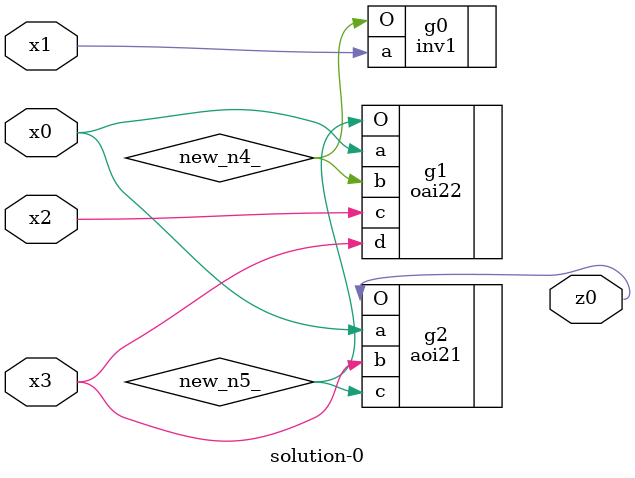
<source format=v>
module \solution-0 (
  x0, x1, x2, x3,
  z0 );
  input x0, x1, x2, x3;
  output z0;
  wire new_n4_, new_n5_;
  inv1  g0(.a(x1), .O(new_n4_));
  oai22  g1(.a(x0), .b(new_n4_), .c(x2), .d(x3), .O(new_n5_));
  aoi21  g2(.a(x0), .b(x3), .c(new_n5_), .O(z0));
endmodule

</source>
